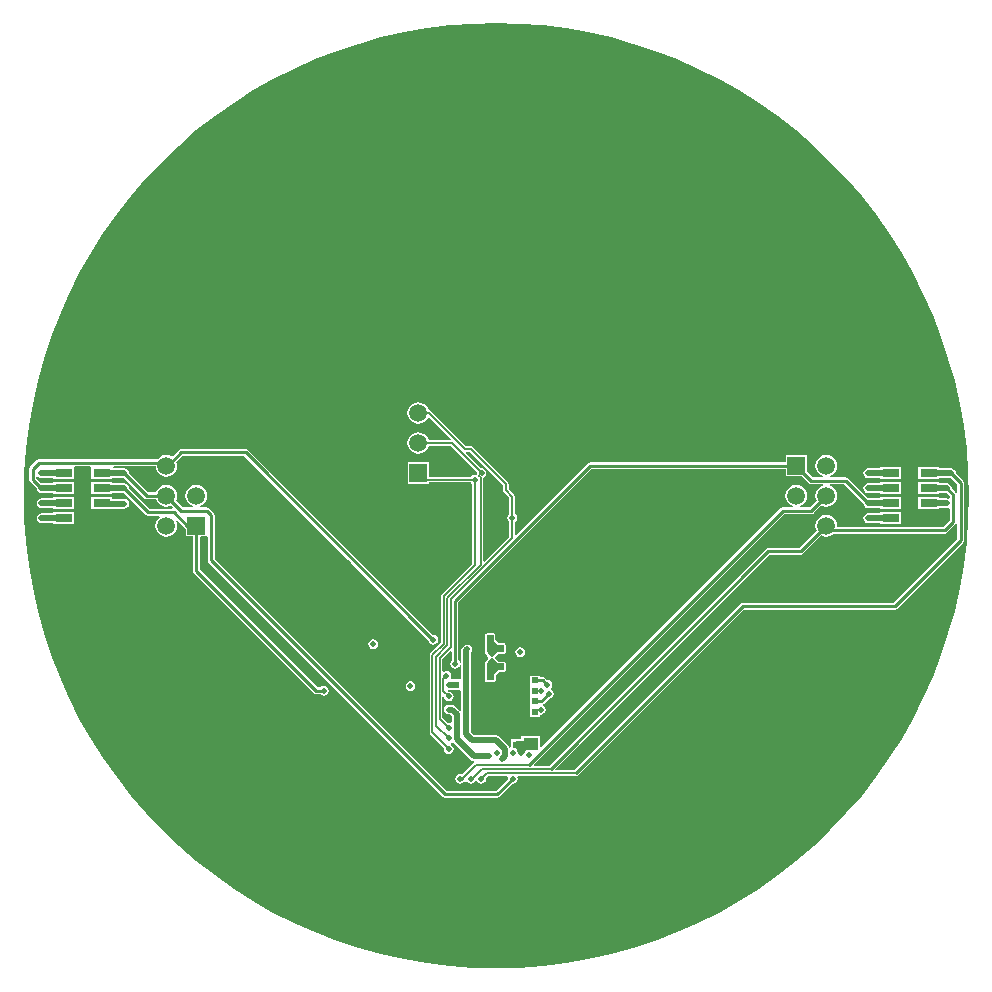
<source format=gbl>
%FSLAX25Y25*%
%MOIN*%
G70*
G01*
G75*
G04 Layer_Physical_Order=4*
G04 Layer_Color=16711680*
%ADD10O,0.03740X0.00787*%
%ADD11O,0.00787X0.03740*%
%ADD12R,0.16142X0.16142*%
%ADD13R,0.10984X0.02913*%
%ADD14R,0.02362X0.01969*%
%ADD15R,0.01969X0.02362*%
G04:AMPARAMS|DCode=16|XSize=19.69mil|YSize=23.62mil|CornerRadius=0mil|HoleSize=0mil|Usage=FLASHONLY|Rotation=60.000|XOffset=0mil|YOffset=0mil|HoleType=Round|Shape=Rectangle|*
%AMROTATEDRECTD16*
4,1,4,0.00531,-0.01443,-0.01515,-0.00262,-0.00531,0.01443,0.01515,0.00262,0.00531,-0.01443,0.0*
%
%ADD16ROTATEDRECTD16*%

G04:AMPARAMS|DCode=17|XSize=27.56mil|YSize=47.24mil|CornerRadius=0mil|HoleSize=0mil|Usage=FLASHONLY|Rotation=135.000|XOffset=0mil|YOffset=0mil|HoleType=Round|Shape=Rectangle|*
%AMROTATEDRECTD17*
4,1,4,0.02645,0.00696,-0.00696,-0.02645,-0.02645,-0.00696,0.00696,0.02645,0.02645,0.00696,0.0*
%
%ADD17ROTATEDRECTD17*%

G04:AMPARAMS|DCode=18|XSize=13.78mil|YSize=7.87mil|CornerRadius=0mil|HoleSize=0mil|Usage=FLASHONLY|Rotation=315.000|XOffset=0mil|YOffset=0mil|HoleType=Round|Shape=Rectangle|*
%AMROTATEDRECTD18*
4,1,4,-0.00766,0.00209,-0.00209,0.00766,0.00766,-0.00209,0.00209,-0.00766,-0.00766,0.00209,0.0*
%
%ADD18ROTATEDRECTD18*%

G04:AMPARAMS|DCode=19|XSize=200mil|YSize=59.84mil|CornerRadius=0mil|HoleSize=0mil|Usage=FLASHONLY|Rotation=330.000|XOffset=0mil|YOffset=0mil|HoleType=Round|Shape=Rectangle|*
%AMROTATEDRECTD19*
4,1,4,-0.10156,0.02409,-0.07164,0.07591,0.10156,-0.02409,0.07164,-0.07591,-0.10156,0.02409,0.0*
%
%ADD19ROTATEDRECTD19*%

%ADD20R,0.05984X0.20000*%
%ADD21R,0.03150X0.01181*%
G04:AMPARAMS|DCode=22|XSize=19.69mil|YSize=23.62mil|CornerRadius=0mil|HoleSize=0mil|Usage=FLASHONLY|Rotation=300.000|XOffset=0mil|YOffset=0mil|HoleType=Round|Shape=Rectangle|*
%AMROTATEDRECTD22*
4,1,4,-0.01515,0.00262,0.00531,0.01443,0.01515,-0.00262,-0.00531,-0.01443,-0.01515,0.00262,0.0*
%
%ADD22ROTATEDRECTD22*%

G04:AMPARAMS|DCode=23|XSize=200mil|YSize=59.84mil|CornerRadius=0mil|HoleSize=0mil|Usage=FLASHONLY|Rotation=30.000|XOffset=0mil|YOffset=0mil|HoleType=Round|Shape=Rectangle|*
%AMROTATEDRECTD23*
4,1,4,-0.07164,-0.07591,-0.10156,-0.02409,0.07164,0.07591,0.10156,0.02409,-0.07164,-0.07591,0.0*
%
%ADD23ROTATEDRECTD23*%

%ADD24R,0.04724X0.04331*%
%ADD25R,0.02362X0.03347*%
%ADD26R,0.00394X0.00394*%
%ADD27R,0.03543X0.03150*%
%ADD28R,0.03150X0.03543*%
%ADD29C,0.01000*%
%ADD30C,0.02000*%
%ADD31C,0.00600*%
%ADD32R,0.05906X0.05906*%
%ADD33C,0.05906*%
%ADD34C,0.02000*%
%ADD35R,0.05787X0.02913*%
%ADD36R,0.05118X0.03937*%
G36*
X7729Y157338D02*
X15440Y156769D01*
X23114Y155823D01*
X30732Y154501D01*
X38276Y152807D01*
X45728Y150745D01*
X53070Y148319D01*
X60283Y145537D01*
X67352Y142403D01*
X74258Y138927D01*
X80985Y135116D01*
X87518Y130980D01*
X93839Y126528D01*
X99935Y121771D01*
X105789Y116720D01*
X111389Y111389D01*
X116720Y105789D01*
X121771Y99935D01*
X126528Y93839D01*
X130980Y87518D01*
X135116Y80985D01*
X138927Y74258D01*
X142403Y67352D01*
X145537Y60283D01*
X148319Y53070D01*
X150745Y45728D01*
X152807Y38276D01*
X154501Y30732D01*
X155823Y23114D01*
X156769Y15440D01*
X157338Y7729D01*
X157528Y0D01*
X157338Y-7729D01*
X156769Y-15440D01*
X155823Y-23114D01*
X154501Y-30732D01*
X152807Y-38276D01*
X150745Y-45728D01*
X148319Y-53070D01*
X145537Y-60283D01*
X142403Y-67352D01*
X138927Y-74258D01*
X135116Y-80985D01*
X130980Y-87518D01*
X126528Y-93839D01*
X121771Y-99935D01*
X116720Y-105789D01*
X111389Y-111389D01*
X105789Y-116720D01*
X99935Y-121771D01*
X93839Y-126528D01*
X87518Y-130980D01*
X80985Y-135116D01*
X74258Y-138927D01*
X67352Y-142403D01*
X60283Y-145537D01*
X53070Y-148319D01*
X45728Y-150745D01*
X38276Y-152807D01*
X30732Y-154501D01*
X23114Y-155823D01*
X15440Y-156769D01*
X7729Y-157338D01*
X0Y-157528D01*
X-7729Y-157338D01*
X-15440Y-156769D01*
X-23114Y-155823D01*
X-30732Y-154501D01*
X-38276Y-152807D01*
X-45728Y-150745D01*
X-53070Y-148319D01*
X-60283Y-145537D01*
X-67352Y-142403D01*
X-74258Y-138927D01*
X-80985Y-135116D01*
X-87518Y-130980D01*
X-93839Y-126528D01*
X-99935Y-121771D01*
X-105789Y-116720D01*
X-111389Y-111389D01*
X-116720Y-105789D01*
X-121771Y-99935D01*
X-126528Y-93839D01*
X-130980Y-87518D01*
X-135116Y-80985D01*
X-138927Y-74258D01*
X-142403Y-67352D01*
X-145537Y-60283D01*
X-148319Y-53070D01*
X-150745Y-45728D01*
X-152807Y-38276D01*
X-154501Y-30732D01*
X-155823Y-23114D01*
X-156769Y-15440D01*
X-157338Y-7729D01*
X-157528Y0D01*
X-157338Y7729D01*
X-156769Y15440D01*
X-155823Y23114D01*
X-154501Y30732D01*
X-152807Y38276D01*
X-150745Y45728D01*
X-148319Y53070D01*
X-145537Y60283D01*
X-142403Y67352D01*
X-138927Y74258D01*
X-135116Y80985D01*
X-130980Y87518D01*
X-126528Y93839D01*
X-121771Y99935D01*
X-116720Y105789D01*
X-111389Y111389D01*
X-105789Y116720D01*
X-99935Y121771D01*
X-93839Y126528D01*
X-87518Y130980D01*
X-80985Y135116D01*
X-74258Y138927D01*
X-67352Y142403D01*
X-60283Y145537D01*
X-53070Y148319D01*
X-45728Y150745D01*
X-38276Y152807D01*
X-30732Y154501D01*
X-23114Y155823D01*
X-15440Y156769D01*
X-7729Y157338D01*
X0Y157528D01*
X7729Y157338D01*
D02*
G37*
%LPC*%
G36*
X-140660Y-5443D02*
X-147647D01*
Y-5869D01*
X-151591D01*
X-152215Y-5993D01*
X-152744Y-6346D01*
X-153098Y-6876D01*
X-153222Y-7500D01*
X-153098Y-8124D01*
X-152744Y-8653D01*
X-152215Y-9007D01*
X-151591Y-9131D01*
X-147647D01*
Y-9557D01*
X-140660D01*
Y-5443D01*
D02*
G37*
G36*
X134931D02*
X127943D01*
Y-5869D01*
X124000D01*
X123376Y-5993D01*
X122846Y-6346D01*
X122493Y-6876D01*
X122369Y-7500D01*
X122493Y-8124D01*
X122846Y-8653D01*
X123376Y-9007D01*
X124000Y-9131D01*
X127943D01*
Y-9557D01*
X134931D01*
Y-5443D01*
D02*
G37*
G36*
X-28598Y-61770D02*
X-29223Y-61894D01*
X-29752Y-62248D01*
X-30106Y-62777D01*
X-30230Y-63402D01*
X-30106Y-64026D01*
X-29752Y-64555D01*
X-29223Y-64909D01*
X-28598Y-65033D01*
X-27974Y-64909D01*
X-27445Y-64555D01*
X-27091Y-64026D01*
X-26967Y-63402D01*
X-27091Y-62777D01*
X-27445Y-62248D01*
X-27974Y-61894D01*
X-28598Y-61770D01*
D02*
G37*
G36*
X-41000Y-47869D02*
X-41624Y-47993D01*
X-42153Y-48346D01*
X-42507Y-48876D01*
X-42631Y-49500D01*
X-42507Y-50124D01*
X-42153Y-50653D01*
X-41624Y-51007D01*
X-41000Y-51131D01*
X-40376Y-51007D01*
X-39846Y-50653D01*
X-39493Y-50124D01*
X-39369Y-49500D01*
X-39493Y-48876D01*
X-39846Y-48346D01*
X-40376Y-47993D01*
X-41000Y-47869D01*
D02*
G37*
G36*
X-140660Y-443D02*
X-147647D01*
Y-869D01*
X-151591D01*
X-152215Y-993D01*
X-152744Y-1347D01*
X-153098Y-1876D01*
X-153222Y-2500D01*
X-153098Y-3124D01*
X-152744Y-3653D01*
X-152215Y-4007D01*
X-151591Y-4131D01*
X-147647D01*
Y-4557D01*
X-140660D01*
Y-443D01*
D02*
G37*
G36*
X134931Y4557D02*
X127943D01*
Y4131D01*
X124000D01*
X123376Y4007D01*
X122846Y3653D01*
X122493Y3124D01*
X122369Y2500D01*
X122493Y1876D01*
X122846Y1347D01*
X123376Y993D01*
X124000Y869D01*
X127943D01*
Y443D01*
X134931D01*
Y4557D01*
D02*
G37*
G36*
Y9557D02*
X127943D01*
Y9131D01*
X124000D01*
X123376Y9007D01*
X122846Y8653D01*
X122493Y8124D01*
X122369Y7500D01*
X122493Y6876D01*
X122846Y6346D01*
X123376Y5993D01*
X124000Y5869D01*
X127943D01*
Y5443D01*
X134931D01*
Y9557D01*
D02*
G37*
G36*
X-127943Y-443D02*
X-134931D01*
Y-4557D01*
X-127943D01*
Y-4331D01*
X-124000D01*
X-123376Y-4207D01*
X-122846Y-3853D01*
X-122493Y-3324D01*
X-122369Y-2700D01*
X-122493Y-2076D01*
X-122846Y-1546D01*
X-123376Y-1193D01*
X-124000Y-1069D01*
X-127943D01*
Y-443D01*
D02*
G37*
G36*
X-26000Y31183D02*
X-26927Y31061D01*
X-27792Y30703D01*
X-28534Y30134D01*
X-29103Y29392D01*
X-29461Y28527D01*
X-29583Y27600D01*
X-29461Y26673D01*
X-29103Y25808D01*
X-28534Y25066D01*
X-27792Y24497D01*
X-26927Y24139D01*
X-26000Y24017D01*
X-25073Y24139D01*
X-24208Y24497D01*
X-23466Y25066D01*
X-22897Y25808D01*
X-22746Y26173D01*
X-22255Y26270D01*
X-15002Y19018D01*
X-15210Y18518D01*
X-22537D01*
X-22539Y18527D01*
X-22897Y19392D01*
X-23466Y20134D01*
X-24208Y20703D01*
X-25073Y21061D01*
X-26000Y21183D01*
X-26927Y21061D01*
X-27792Y20703D01*
X-28534Y20134D01*
X-29103Y19392D01*
X-29461Y18527D01*
X-29583Y17600D01*
X-29461Y16673D01*
X-29103Y15808D01*
X-28534Y15066D01*
X-27792Y14497D01*
X-26927Y14139D01*
X-26000Y14017D01*
X-25073Y14139D01*
X-24208Y14497D01*
X-23466Y15066D01*
X-22897Y15808D01*
X-22539Y16673D01*
X-22537Y16682D01*
X-15280D01*
X-6476Y7878D01*
X-6531Y7600D01*
X-6496Y7421D01*
X-6855Y6983D01*
X-7100Y7031D01*
X-7724Y6907D01*
X-8253Y6554D01*
X-8411Y6318D01*
X-22447D01*
Y11153D01*
X-29553D01*
Y4047D01*
X-22447D01*
Y4482D01*
X-8411D01*
X-8253Y4247D01*
X-8018Y4089D01*
Y-22746D01*
X-18149Y-32877D01*
X-18348Y-33175D01*
X-18418Y-33526D01*
Y-48926D01*
X-21949Y-52457D01*
X-22148Y-52755D01*
X-22218Y-53106D01*
Y-78900D01*
X-22148Y-79251D01*
X-21949Y-79549D01*
X-17376Y-84122D01*
X-17431Y-84400D01*
X-17307Y-85024D01*
X-16953Y-85553D01*
X-16424Y-85907D01*
X-15800Y-86031D01*
X-15176Y-85907D01*
X-14647Y-85553D01*
X-14293Y-85024D01*
X-14169Y-84400D01*
X-14293Y-83776D01*
X-14647Y-83246D01*
X-15148Y-82911D01*
X-15176Y-82698D01*
Y-82602D01*
X-15148Y-82389D01*
X-14906Y-82227D01*
X-14446Y-82166D01*
X-14209Y-82298D01*
X-8454Y-88054D01*
X-7924Y-88407D01*
X-7563Y-88479D01*
X-7457Y-89010D01*
X-7519Y-89051D01*
X-11307Y-92839D01*
X-11376Y-92793D01*
X-12000Y-92669D01*
X-12624Y-92793D01*
X-13153Y-93147D01*
X-13507Y-93676D01*
X-13631Y-94300D01*
X-13507Y-94924D01*
X-13153Y-95454D01*
X-12624Y-95807D01*
X-12000Y-95931D01*
X-11376Y-95807D01*
X-10847Y-95454D01*
X-10511Y-94952D01*
X-10298Y-94924D01*
X-10202D01*
X-9989Y-94952D01*
X-9653Y-95454D01*
X-9124Y-95807D01*
X-8500Y-95931D01*
X-7876Y-95807D01*
X-7346Y-95454D01*
X-7011Y-94952D01*
X-6798Y-94924D01*
X-6702D01*
X-6489Y-94952D01*
X-6154Y-95454D01*
X-5624Y-95807D01*
X-5000Y-95931D01*
X-4376Y-95807D01*
X-3847Y-95454D01*
X-3493Y-94924D01*
X-3369Y-94300D01*
X-3424Y-94022D01*
X-2720Y-93318D01*
X3677D01*
X3965Y-93818D01*
X3869Y-94300D01*
X3876Y-94338D01*
X-165Y-98378D01*
X-16535D01*
X-93878Y-21035D01*
Y-6500D01*
X-93878Y-6500D01*
X-93964Y-6071D01*
X-94207Y-5707D01*
X-95707Y-4207D01*
X-96071Y-3964D01*
X-96500Y-3878D01*
X-96500Y-3878D01*
X-98773D01*
X-98873Y-3379D01*
X-98208Y-3103D01*
X-97466Y-2534D01*
X-96897Y-1792D01*
X-96539Y-927D01*
X-96417Y0D01*
X-96539Y927D01*
X-96897Y1792D01*
X-97466Y2534D01*
X-98208Y3103D01*
X-99073Y3461D01*
X-100000Y3583D01*
X-100927Y3461D01*
X-101792Y3103D01*
X-102534Y2534D01*
X-103103Y1792D01*
X-103461Y927D01*
X-103583Y0D01*
X-103461Y-927D01*
X-103103Y-1792D01*
X-102534Y-2534D01*
X-101792Y-3103D01*
X-101128Y-3379D01*
X-101227Y-3878D01*
X-104535D01*
X-106816Y-1598D01*
X-106539Y-927D01*
X-106417Y0D01*
X-106539Y927D01*
X-106897Y1792D01*
X-107466Y2534D01*
X-108208Y3103D01*
X-109073Y3461D01*
X-110000Y3583D01*
X-110927Y3461D01*
X-111792Y3103D01*
X-112534Y2534D01*
X-113103Y1792D01*
X-113381Y1122D01*
X-116035D01*
X-122376Y7462D01*
X-122369Y7500D01*
X-122493Y8124D01*
X-122846Y8653D01*
X-123376Y9007D01*
X-124000Y9131D01*
X-127546D01*
X-127630Y9221D01*
X-127623Y9709D01*
X-127468Y9878D01*
X-113567D01*
X-113461Y9072D01*
X-113103Y8208D01*
X-112534Y7466D01*
X-111792Y6897D01*
X-110927Y6539D01*
X-110000Y6417D01*
X-109073Y6539D01*
X-108208Y6897D01*
X-107466Y7466D01*
X-106897Y8208D01*
X-106539Y9072D01*
X-106417Y10000D01*
X-106539Y10927D01*
X-106670Y11244D01*
X-104535Y13378D01*
X-83965D01*
X-22624Y-47962D01*
X-22631Y-48000D01*
X-22507Y-48624D01*
X-22153Y-49154D01*
X-21624Y-49507D01*
X-21000Y-49631D01*
X-20376Y-49507D01*
X-19847Y-49154D01*
X-19493Y-48624D01*
X-19369Y-48000D01*
X-19493Y-47376D01*
X-19847Y-46847D01*
X-20376Y-46493D01*
X-21000Y-46369D01*
X-21038Y-46376D01*
X-82707Y15293D01*
X-83071Y15536D01*
X-83500Y15622D01*
X-83500Y15621D01*
X-105000D01*
X-105000Y15622D01*
X-105429Y15536D01*
X-105793Y15293D01*
X-105793Y15293D01*
X-108081Y13005D01*
X-108208Y13103D01*
X-109073Y13461D01*
X-110000Y13583D01*
X-110927Y13461D01*
X-111792Y13103D01*
X-112534Y12534D01*
X-112850Y12122D01*
X-152500D01*
X-152500Y12122D01*
X-152929Y12036D01*
X-153293Y11793D01*
X-153293Y11793D01*
X-155293Y9793D01*
X-155536Y9429D01*
X-155622Y9000D01*
X-155622Y9000D01*
Y5410D01*
X-155622Y5409D01*
X-155536Y4980D01*
X-155293Y4616D01*
X-153214Y2538D01*
X-153222Y2500D01*
X-153098Y1876D01*
X-152744Y1347D01*
X-152215Y993D01*
X-151591Y869D01*
X-147647D01*
Y443D01*
X-140660D01*
Y4557D01*
X-147647D01*
Y4131D01*
X-151591D01*
X-151628Y4124D01*
X-153378Y5874D01*
Y6396D01*
X-152878Y6548D01*
X-152744Y6346D01*
X-152215Y5993D01*
X-151591Y5869D01*
X-147647D01*
Y5443D01*
X-140660D01*
Y9378D01*
X-140660Y9557D01*
X-140293Y9878D01*
X-140293Y9878D01*
X-135297D01*
X-134931Y9557D01*
X-134931Y9378D01*
Y5443D01*
X-127943D01*
Y5869D01*
X-124000D01*
X-123962Y5876D01*
X-117293Y-793D01*
X-117293Y-793D01*
X-116929Y-1036D01*
X-116500Y-1122D01*
X-113381D01*
X-113103Y-1792D01*
X-112534Y-2534D01*
X-111792Y-3103D01*
X-110927Y-3461D01*
X-110000Y-3583D01*
X-109073Y-3461D01*
X-108402Y-3184D01*
X-107708Y-3878D01*
X-107915Y-4378D01*
X-115535D01*
X-122376Y2462D01*
X-122369Y2500D01*
X-122493Y3124D01*
X-122846Y3653D01*
X-123376Y4007D01*
X-124000Y4131D01*
X-127943D01*
Y4557D01*
X-134931D01*
Y443D01*
X-127943D01*
Y869D01*
X-124000D01*
X-123962Y876D01*
X-116793Y-6293D01*
X-116793Y-6293D01*
X-116429Y-6536D01*
X-116000Y-6622D01*
X-116000Y-6622D01*
X-112255D01*
X-112085Y-7122D01*
X-112534Y-7466D01*
X-113103Y-8208D01*
X-113461Y-9072D01*
X-113583Y-10000D01*
X-113461Y-10927D01*
X-113103Y-11792D01*
X-112534Y-12534D01*
X-111792Y-13103D01*
X-110927Y-13461D01*
X-110000Y-13583D01*
X-109073Y-13461D01*
X-108208Y-13103D01*
X-107466Y-12534D01*
X-106897Y-11792D01*
X-106539Y-10927D01*
X-106417Y-10000D01*
X-106539Y-9072D01*
X-106764Y-8530D01*
X-106340Y-8246D01*
X-103793Y-10793D01*
X-103793Y-10793D01*
X-103553Y-10954D01*
Y-13553D01*
X-101122D01*
Y-25000D01*
X-101122Y-25000D01*
X-101036Y-25429D01*
X-100793Y-25793D01*
X-60805Y-65781D01*
X-60441Y-66024D01*
X-60012Y-66110D01*
X-60012Y-66110D01*
X-58663D01*
X-58642Y-66142D01*
X-58113Y-66495D01*
X-57488Y-66619D01*
X-56864Y-66495D01*
X-56335Y-66142D01*
X-55981Y-65613D01*
X-55857Y-64988D01*
X-55981Y-64364D01*
X-56335Y-63835D01*
X-56864Y-63481D01*
X-57488Y-63357D01*
X-58113Y-63481D01*
X-58642Y-63835D01*
X-58663Y-63867D01*
X-59547D01*
X-98878Y-24535D01*
Y-13906D01*
X-98525Y-13553D01*
X-96447D01*
X-96122Y-13918D01*
Y-21500D01*
X-96122Y-21500D01*
X-96036Y-21929D01*
X-95793Y-22293D01*
X-17793Y-100293D01*
X-17793Y-100293D01*
X-17429Y-100536D01*
X-17000Y-100622D01*
X-17000Y-100622D01*
X300D01*
X300Y-100622D01*
X729Y-100536D01*
X1093Y-100293D01*
X5462Y-95924D01*
X5500Y-95931D01*
X6124Y-95807D01*
X6654Y-95454D01*
X7007Y-94924D01*
X7131Y-94300D01*
X7035Y-93818D01*
X7323Y-93318D01*
X25893D01*
X26071Y-93436D01*
X26500Y-93522D01*
X26929Y-93436D01*
X27293Y-93193D01*
X82565Y-37922D01*
X132800D01*
X132800Y-37922D01*
X133229Y-37836D01*
X133593Y-37593D01*
X155593Y-15593D01*
X155593Y-15593D01*
X155836Y-15229D01*
X155922Y-14800D01*
X155922Y-14800D01*
Y4291D01*
X155836Y4720D01*
X155593Y5084D01*
X155593Y5084D01*
X153214Y7462D01*
X153222Y7500D01*
X153098Y8124D01*
X152744Y8653D01*
X152215Y9007D01*
X151591Y9131D01*
X147647D01*
Y9557D01*
X140660D01*
Y5443D01*
X147647D01*
Y5869D01*
X151591D01*
X151628Y5876D01*
X153678Y3826D01*
Y1217D01*
X153178Y1065D01*
X153093Y1193D01*
X153093Y1193D01*
X151824Y2462D01*
X151831Y2500D01*
X151707Y3124D01*
X151354Y3653D01*
X150824Y4007D01*
X150200Y4131D01*
X147647D01*
Y4557D01*
X140660D01*
Y443D01*
X147647D01*
Y869D01*
X150200D01*
X150238Y876D01*
X151178Y-65D01*
Y-674D01*
X150678Y-964D01*
X150200Y-869D01*
X147647D01*
Y-443D01*
X140660D01*
Y-4557D01*
X147647D01*
Y-4131D01*
X150200D01*
X150678Y-4036D01*
X151178Y-4326D01*
Y-8235D01*
X149035Y-10378D01*
X113913D01*
X113583Y-10002D01*
X113583Y-10000D01*
X113461Y-9072D01*
X113103Y-8208D01*
X112534Y-7466D01*
X111792Y-6897D01*
X110927Y-6539D01*
X110000Y-6417D01*
X109073Y-6539D01*
X108208Y-6897D01*
X107466Y-7466D01*
X106897Y-8208D01*
X106539Y-9072D01*
X106417Y-10000D01*
X106539Y-10927D01*
X106816Y-11598D01*
X101035Y-17379D01*
X90630D01*
X90201Y-17464D01*
X89837Y-17707D01*
X89837Y-17707D01*
X17462Y-90082D01*
X12657D01*
X12466Y-89620D01*
X95965Y-6121D01*
X105000D01*
X105000Y-6122D01*
X105429Y-6036D01*
X105793Y-5793D01*
X108402Y-3184D01*
X109073Y-3461D01*
X110000Y-3583D01*
X110927Y-3461D01*
X111792Y-3103D01*
X112534Y-2534D01*
X113103Y-1792D01*
X113461Y-927D01*
X113583Y0D01*
X113461Y927D01*
X113103Y1792D01*
X112534Y2534D01*
X111792Y3103D01*
X111127Y3379D01*
X111227Y3878D01*
X116035D01*
X122376Y-2462D01*
X122369Y-2500D01*
X122493Y-3124D01*
X122846Y-3653D01*
X123376Y-4007D01*
X124000Y-4131D01*
X127943D01*
Y-4557D01*
X134931D01*
Y-443D01*
X127943D01*
Y-869D01*
X124000D01*
X123962Y-876D01*
X117293Y5793D01*
X116929Y6036D01*
X116500Y6122D01*
X116500Y6121D01*
X111227D01*
X111127Y6622D01*
X111792Y6897D01*
X112534Y7466D01*
X113103Y8208D01*
X113461Y9072D01*
X113583Y10000D01*
X113461Y10927D01*
X113103Y11792D01*
X112534Y12534D01*
X111792Y13103D01*
X110927Y13461D01*
X110000Y13583D01*
X109073Y13461D01*
X108208Y13103D01*
X107466Y12534D01*
X106897Y11792D01*
X106539Y10927D01*
X106417Y10000D01*
X106539Y9072D01*
X106897Y8208D01*
X107466Y7466D01*
X108208Y6897D01*
X108872Y6622D01*
X108773Y6121D01*
X105465D01*
X103553Y8033D01*
Y13553D01*
X96447D01*
Y11122D01*
X31400D01*
X31400Y11122D01*
X30971Y11036D01*
X30607Y10793D01*
X30607Y10793D01*
X6680Y-13134D01*
X6218Y-12943D01*
Y-8611D01*
X6453Y-8454D01*
X6807Y-7924D01*
X6931Y-7300D01*
X6807Y-6676D01*
X6453Y-6146D01*
X6218Y-5989D01*
Y-258D01*
X6148Y93D01*
X5949Y390D01*
X4159Y2180D01*
Y4059D01*
X4089Y4410D01*
X3890Y4707D01*
X-7651Y16249D01*
X-7949Y16448D01*
X-8300Y16518D01*
X-9907D01*
X-21638Y28249D01*
X-21936Y28448D01*
X-22287Y28518D01*
X-22537D01*
X-22539Y28527D01*
X-22897Y29392D01*
X-23466Y30134D01*
X-24208Y30703D01*
X-25073Y31061D01*
X-26000Y31183D01*
D02*
G37*
%LPD*%
G36*
X-14821Y-51973D02*
Y-54825D01*
X-14853Y-54847D01*
X-15207Y-55376D01*
X-15331Y-56000D01*
X-15207Y-56624D01*
X-14853Y-57153D01*
X-14324Y-57507D01*
X-13700Y-57631D01*
X-13076Y-57507D01*
X-12547Y-57153D01*
X-12193Y-56624D01*
X-12131Y-56315D01*
X-11631Y-56365D01*
Y-60805D01*
X-11916Y-61187D01*
X-14868D01*
X-15154Y-60716D01*
X-15093Y-60624D01*
X-14969Y-60000D01*
X-15093Y-59376D01*
X-15447Y-58846D01*
X-15976Y-58493D01*
X-16600Y-58369D01*
X-17224Y-58493D01*
X-17482Y-58665D01*
X-17982Y-58398D01*
Y-54480D01*
X-15283Y-51781D01*
X-14821Y-51973D01*
D02*
G37*
G36*
X10200Y-84300D02*
X9100Y-86000D01*
X7300Y-85600D01*
X6600Y-84000D01*
Y-81800D01*
X9500D01*
X10200Y-84300D01*
D02*
G37*
G36*
X-15800Y-64631D02*
X-15789Y-64629D01*
X-15778Y-64631D01*
X-15212Y-64623D01*
X-15084Y-64750D01*
Y-64750D01*
X-11916D01*
X-11631Y-65132D01*
Y-71391D01*
X-11802Y-71505D01*
X-12131Y-71585D01*
X-13594Y-70122D01*
X-14123Y-69768D01*
X-14748Y-69644D01*
X-15800D01*
X-16424Y-69768D01*
X-16953Y-70122D01*
X-17307Y-70651D01*
X-17431Y-71276D01*
X-17307Y-71900D01*
X-16953Y-72429D01*
X-16424Y-72783D01*
X-15800Y-72907D01*
X-15423D01*
X-14831Y-73499D01*
Y-75567D01*
X-15331Y-75862D01*
X-15800Y-75769D01*
X-16078Y-75824D01*
X-17982Y-73920D01*
Y-67154D01*
X-17844Y-67028D01*
X-17482Y-66912D01*
X-17416Y-66975D01*
X-17307Y-67524D01*
X-16953Y-68054D01*
X-16424Y-68407D01*
X-15800Y-68531D01*
X-15176Y-68407D01*
X-14647Y-68054D01*
X-14293Y-67524D01*
X-14169Y-66900D01*
X-14293Y-66276D01*
X-14647Y-65746D01*
X-15176Y-65393D01*
X-15800Y-65269D01*
X-15980Y-65304D01*
X-16201Y-65061D01*
X-16199Y-65051D01*
X-15941Y-64603D01*
X-15800Y-64631D01*
D02*
G37*
G36*
X153678Y-9517D02*
Y-14335D01*
X132335Y-35678D01*
X82100D01*
X81671Y-35764D01*
X81307Y-36007D01*
X81307Y-36007D01*
X25831Y-91482D01*
X19887D01*
X19696Y-91020D01*
X91095Y-19622D01*
X101500D01*
X101500Y-19622D01*
X101929Y-19536D01*
X102293Y-19293D01*
X108402Y-13184D01*
X109073Y-13461D01*
X110000Y-13583D01*
X110927Y-13461D01*
X111792Y-13103D01*
X112420Y-12622D01*
X149500D01*
X149500Y-12622D01*
X149929Y-12536D01*
X150293Y-12293D01*
X153093Y-9493D01*
X153093Y-9493D01*
X153178Y-9365D01*
X153678Y-9517D01*
D02*
G37*
G36*
X96447Y6447D02*
X101967D01*
X104207Y4207D01*
X104207Y4207D01*
X104571Y3964D01*
X105000Y3878D01*
X105000Y3878D01*
X108773D01*
X108872Y3379D01*
X108208Y3103D01*
X107466Y2534D01*
X106897Y1792D01*
X106539Y927D01*
X106417Y0D01*
X106539Y-927D01*
X106816Y-1598D01*
X104535Y-3878D01*
X101227D01*
X101128Y-3379D01*
X101792Y-3103D01*
X102534Y-2534D01*
X103103Y-1792D01*
X103461Y-927D01*
X103583Y0D01*
X103461Y927D01*
X103103Y1792D01*
X102534Y2534D01*
X101792Y3103D01*
X100927Y3461D01*
X100000Y3583D01*
X99073Y3461D01*
X98208Y3103D01*
X97466Y2534D01*
X96897Y1792D01*
X96539Y927D01*
X96417Y0D01*
X96539Y-927D01*
X96897Y-1792D01*
X97466Y-2534D01*
X98208Y-3103D01*
X98873Y-3379D01*
X98773Y-3878D01*
X95500D01*
X95500Y-3878D01*
X95071Y-3964D01*
X94707Y-4207D01*
X94707Y-4207D01*
X15121Y-83793D01*
X14659Y-83601D01*
Y-80081D01*
X8341D01*
Y-81151D01*
X6600D01*
X6511Y-81187D01*
X4916D01*
Y-83868D01*
X4416Y-83917D01*
X4383Y-83751D01*
X4029Y-83222D01*
X1154Y-80347D01*
X624Y-79993D01*
X0Y-79869D01*
X-7324D01*
X-8369Y-78824D01*
Y-52137D01*
X-8093Y-51724D01*
X-7969Y-51100D01*
X-8093Y-50476D01*
X-8446Y-49946D01*
X-8976Y-49593D01*
X-9600Y-49469D01*
X-10224Y-49593D01*
X-10753Y-49946D01*
X-11153Y-50346D01*
X-11507Y-50876D01*
X-11631Y-51500D01*
Y-55635D01*
X-12131Y-55685D01*
X-12193Y-55376D01*
X-12547Y-54847D01*
X-12578Y-54825D01*
Y-35565D01*
X31865Y8878D01*
X96447D01*
Y6447D01*
D02*
G37*
G36*
X2324Y3678D02*
Y1800D01*
X2394Y1449D01*
X2592Y1151D01*
X4382Y-639D01*
Y-5989D01*
X4146Y-6146D01*
X3793Y-6676D01*
X3669Y-7300D01*
X3793Y-7924D01*
X4146Y-8454D01*
X4382Y-8611D01*
Y-13740D01*
X-3820Y-21943D01*
X-4282Y-21752D01*
Y6092D01*
X-4276Y6093D01*
X-3746Y6447D01*
X-3393Y6976D01*
X-3269Y7600D01*
X-3393Y8224D01*
X-3746Y8754D01*
X-4276Y9107D01*
X-4900Y9231D01*
X-5178Y9176D01*
X-10185Y14182D01*
X-9978Y14682D01*
X-8680D01*
X2324Y3678D01*
D02*
G37*
%LPC*%
G36*
X14750Y-59916D02*
X11187D01*
Y-63084D01*
X11187Y-63084D01*
Y-63084D01*
Y-63416D01*
X11187D01*
X11187Y-63584D01*
Y-66416D01*
X11187Y-66584D01*
X11187Y-66584D01*
Y-66916D01*
X11187D01*
X11187Y-66916D01*
Y-70084D01*
X11187Y-70084D01*
Y-70084D01*
Y-70416D01*
X11187D01*
X11187Y-70584D01*
Y-73584D01*
X14750D01*
Y-72972D01*
X14800Y-72931D01*
X15424Y-72806D01*
X15954Y-72453D01*
X16307Y-71924D01*
X16431Y-71299D01*
X16307Y-70675D01*
X15954Y-70146D01*
X15674Y-69959D01*
X15676Y-69371D01*
X15793Y-69293D01*
X17462Y-67624D01*
X17500Y-67631D01*
X18124Y-67507D01*
X18654Y-67154D01*
X19007Y-66624D01*
X19131Y-66000D01*
X19007Y-65376D01*
X18654Y-64846D01*
X18335Y-64634D01*
X18187Y-64243D01*
X18244Y-64017D01*
X18507Y-63624D01*
X18631Y-63000D01*
X18507Y-62376D01*
X18154Y-61847D01*
X17624Y-61493D01*
X17000Y-61369D01*
X16962Y-61376D01*
X16293Y-60707D01*
X15929Y-60464D01*
X15500Y-60378D01*
X15500Y-60378D01*
X14750D01*
Y-59916D01*
D02*
G37*
G36*
X8032Y-50537D02*
X7407Y-50661D01*
X6878Y-51015D01*
X6524Y-51544D01*
X6400Y-52169D01*
X6524Y-52793D01*
X6878Y-53322D01*
X7407Y-53676D01*
X8032Y-53800D01*
X8656Y-53676D01*
X9185Y-53322D01*
X9539Y-52793D01*
X9663Y-52169D01*
X9539Y-51544D01*
X9185Y-51015D01*
X8656Y-50661D01*
X8032Y-50537D01*
D02*
G37*
G36*
X-900Y-45851D02*
X-3200D01*
X-3357Y-45916D01*
X-3813D01*
Y-46411D01*
X-3849Y-46500D01*
Y-51900D01*
X-3813Y-51989D01*
Y-52584D01*
X-3499D01*
X-2914Y-53364D01*
X-2654Y-53754D01*
X-2796Y-54260D01*
X-3007Y-54576D01*
X-3008Y-54583D01*
X-3585Y-55416D01*
X-3813D01*
Y-55911D01*
X-3849Y-56000D01*
Y-61500D01*
X-3813Y-61589D01*
Y-62084D01*
X-3357D01*
X-3200Y-62149D01*
X-800D01*
X-643Y-62084D01*
X-250D01*
Y-61741D01*
X-151Y-61500D01*
Y-59769D01*
X769Y-58849D01*
X2500D01*
X2589Y-58813D01*
X3084D01*
Y-58357D01*
X3149Y-58200D01*
Y-55900D01*
X3084Y-55743D01*
Y-55250D01*
X769D01*
X-168Y-54314D01*
X-347Y-54046D01*
X-204Y-53540D01*
X-192Y-53522D01*
X735Y-52750D01*
X3084D01*
Y-52257D01*
X3149Y-52100D01*
Y-49800D01*
X3084Y-49643D01*
Y-49187D01*
X2589D01*
X2500Y-49151D01*
X842D01*
X-250Y-48204D01*
Y-45916D01*
X-743D01*
X-900Y-45851D01*
D02*
G37*
%LPD*%
G36*
X500Y-55900D02*
X2500D01*
Y-58200D01*
X500D01*
X-800Y-59500D01*
Y-61500D01*
X-3200D01*
Y-56000D01*
X-2300Y-54700D01*
X-700D01*
X500Y-55900D01*
D02*
G37*
G36*
X-900Y-48500D02*
X600Y-49800D01*
X2500D01*
Y-52100D01*
X500D01*
X-700Y-53100D01*
X-2300D01*
X-3200Y-51900D01*
Y-46500D01*
X-900D01*
Y-48500D01*
D02*
G37*
D14*
X12968Y-65000D02*
D03*
X9031D02*
D03*
X12968Y-61500D02*
D03*
X9031D02*
D03*
X12968Y-68500D02*
D03*
X9031D02*
D03*
X12968Y-72000D02*
D03*
X9031D02*
D03*
X-2032Y-60500D02*
D03*
X-5968D02*
D03*
X-2032Y-57000D02*
D03*
X-5968D02*
D03*
X-2032Y-47500D02*
D03*
X-5968D02*
D03*
X-2032Y-51000D02*
D03*
X-5968D02*
D03*
D15*
X-13500Y-59031D02*
D03*
Y-62968D02*
D03*
X6500Y-79031D02*
D03*
Y-82968D02*
D03*
X1500Y-57032D02*
D03*
Y-60969D02*
D03*
X1500Y-50968D02*
D03*
Y-47032D02*
D03*
D19*
X120984Y-81495D02*
D03*
X130984Y-64174D02*
D03*
D20*
X10000Y145669D02*
D03*
X-10000D02*
D03*
D23*
X-120984Y-81495D02*
D03*
X-130984Y-64174D02*
D03*
D29*
X90630Y-18500D02*
X101500D01*
X110000Y-10000D01*
X110500Y-11500D02*
X149500D01*
X105000Y-5000D02*
X110000Y0D01*
X95500Y-5000D02*
X105000D01*
X10900Y-89600D02*
X95500Y-5000D01*
X-13700Y-35100D02*
X31400Y10000D01*
X100000D01*
X105000Y5000D01*
X116500D01*
X124000Y-2500D01*
X-105000Y14500D02*
X-83500D01*
X-109500Y10000D02*
X-105000Y14500D01*
X-110000Y10000D02*
X-109500D01*
X-152500Y11000D02*
X-111000D01*
X-103000Y-10000D02*
X-100000D01*
X-107500Y-5500D02*
X-103000Y-10000D01*
X-116000Y-5500D02*
X-107500D01*
X-124000Y2500D02*
X-116000Y-5500D01*
X-100000Y-25000D02*
Y-10000D01*
X-96500Y-5000D02*
X-95000Y-6500D01*
X-105000Y-5000D02*
X-96500D01*
X-110000Y0D02*
X-105000Y-5000D01*
X-95000Y-21500D02*
Y-6500D01*
X-116500Y0D02*
X-110000D01*
X-124000Y7500D02*
X-116500Y0D01*
X-100000Y-25000D02*
X-60012Y-64988D01*
X-95000Y-21500D02*
X-17000Y-99500D01*
X15500Y-61500D02*
X17000Y-63000D01*
X12968Y-61500D02*
X15500D01*
X12968Y-68500D02*
X15000D01*
X17500Y-66000D01*
X-83500Y14500D02*
X-21000Y-48000D01*
X-154500Y9000D02*
X-152500Y11000D01*
X-154500Y5409D02*
Y9000D01*
Y5409D02*
X-151591Y2500D01*
X-8500Y-94300D02*
X-7970D01*
X-12000D02*
X-11470D01*
X132800Y-36800D02*
X154800Y-14800D01*
Y4291D01*
X151591Y7500D02*
X154800Y4291D01*
X150200Y2500D02*
X152300Y400D01*
Y-8700D02*
Y400D01*
X149500Y-11500D02*
X152300Y-8700D01*
X-17000Y-99500D02*
X300D01*
X5500Y-94300D01*
X-13700Y-56000D02*
Y-35100D01*
X26500Y-92400D02*
X82100Y-36800D01*
X132800D01*
X18130Y-91000D02*
X90630Y-18500D01*
X-60012Y-64988D02*
X-57488D01*
D30*
X150200Y7500D02*
X151591D01*
X144153D02*
X150200D01*
X-131437Y-7500D02*
X-124000D01*
X-130000Y7500D02*
X-124000D01*
X144153Y2500D02*
X150200D01*
X144153Y-2500D02*
X150200D01*
X144153Y-7500D02*
X150200D01*
X124000D02*
X131437D01*
X124000Y-2500D02*
X131437D01*
X124000Y2500D02*
X131437D01*
X124000Y7500D02*
X131437D01*
X-131437Y2500D02*
X-124000D01*
X-151591Y-7500D02*
X-144153D01*
X-151591Y-2500D02*
X-144153D01*
X-151591Y2500D02*
X-144153D01*
X-151591Y7500D02*
X-144153D01*
X-15800Y-71276D02*
X-14748D01*
X-13200Y-72823D01*
Y-81000D02*
Y-72823D01*
Y-81000D02*
X-7300Y-86900D01*
X-2500D01*
X-15800Y-63000D02*
X-13500Y-62968D01*
X2000Y-87800D02*
Y-87752D01*
X2876Y-86877D01*
Y-84376D01*
X0Y-81500D02*
X2876Y-84376D01*
X-8000Y-81500D02*
X0D01*
X-10000Y-79500D02*
X-8000Y-81500D01*
X-10000Y-51500D02*
X-9600Y-51100D01*
X-10000Y-79500D02*
Y-51500D01*
X-5968Y-46968D02*
X-5500Y-46500D01*
X-5968Y-51000D02*
Y-47500D01*
Y-46968D01*
X-6700Y-55200D02*
X-5968Y-55932D01*
X-131437Y-2500D02*
X-131237Y-2700D01*
X-124000D01*
D31*
X3241Y1800D02*
Y4059D01*
X-8300Y15600D02*
X3241Y4059D01*
X-10287Y15600D02*
X-8300D01*
X-26000Y27600D02*
X-22287D01*
X-10287Y15600D01*
X3241Y1800D02*
X5300Y-258D01*
Y-7300D02*
Y-258D01*
X-26000Y17600D02*
X-14900D01*
X-4900Y7600D01*
X-23800Y5400D02*
X-7100D01*
X-17700Y-65000D02*
Y-61100D01*
Y-65000D02*
X-15800Y-66900D01*
X-17700Y-61100D02*
X-16600Y-60000D01*
X-18900Y-74300D02*
X-15800Y-77400D01*
X-20100Y-76600D02*
X-15800Y-80900D01*
X-21300Y-78900D02*
X-15800Y-84400D01*
X-5000Y-94300D02*
X-3100Y-92400D01*
X-7970Y-94300D02*
X-4670Y-91000D01*
X10800Y-89700D02*
X10900Y-89600D01*
X-11470Y-94300D02*
X-6870Y-89700D01*
X10800D01*
X-21300Y-78900D02*
Y-53106D01*
X-20100Y-76600D02*
Y-53603D01*
X-18900Y-74300D02*
Y-54100D01*
X-15100Y-50300D01*
Y-34520D01*
X5300Y-14120D01*
Y-7300D01*
X-20100Y-53603D02*
X-16300Y-49803D01*
Y-34023D01*
X-21300Y-53106D02*
X-17500Y-49306D01*
Y-33526D01*
X-7100Y-23126D01*
Y5400D01*
X-3100Y-92400D02*
X26500D01*
X-4670Y-91000D02*
X18130D01*
X-5600Y6900D02*
X-4900Y7600D01*
X-5600Y6587D02*
X-5200Y6187D01*
X-5600Y6587D02*
Y6900D01*
X-5200Y-22923D02*
Y6187D01*
X-16300Y-34023D02*
X-5200Y-22923D01*
D32*
X-100000Y-10000D02*
D03*
X100000Y10000D02*
D03*
X-26000Y7600D02*
D03*
D33*
X-110000Y-10000D02*
D03*
X-100000Y0D02*
D03*
X-110000D02*
D03*
X-100000Y10000D02*
D03*
X-110000D02*
D03*
X110000D02*
D03*
X100000Y0D02*
D03*
X110000D02*
D03*
X100000Y-10000D02*
D03*
X110000D02*
D03*
X-26000Y17600D02*
D03*
Y27600D02*
D03*
D34*
X130500Y57500D02*
D03*
X140500Y37500D02*
D03*
X130500Y17500D02*
D03*
Y-22500D02*
D03*
X140500Y-42500D02*
D03*
X110500Y97500D02*
D03*
X120500Y77500D02*
D03*
X110500Y57500D02*
D03*
X120500Y37500D02*
D03*
X110500Y17500D02*
D03*
X120500Y-2500D02*
D03*
X110500Y-22500D02*
D03*
X120500Y-42500D02*
D03*
X110500Y-102500D02*
D03*
X100500Y117500D02*
D03*
X90500Y97500D02*
D03*
X100500Y77500D02*
D03*
X90500Y57500D02*
D03*
X100500Y37500D02*
D03*
X90500Y17500D02*
D03*
Y-22500D02*
D03*
X100500Y-42500D02*
D03*
X90500Y-62500D02*
D03*
X100500Y-82500D02*
D03*
X90500Y-102500D02*
D03*
X70500Y137500D02*
D03*
X80500Y117500D02*
D03*
X70500Y97500D02*
D03*
X80500Y77500D02*
D03*
X70500Y57500D02*
D03*
X80500Y37500D02*
D03*
X70500Y17500D02*
D03*
X80500Y-2500D02*
D03*
X70500Y-22500D02*
D03*
X80500Y-42500D02*
D03*
X70500Y-62500D02*
D03*
X80500Y-82500D02*
D03*
X70500Y-102500D02*
D03*
X80500Y-122500D02*
D03*
X50500Y137500D02*
D03*
X60500Y117500D02*
D03*
X50500Y97500D02*
D03*
X60500Y77500D02*
D03*
X50500Y57500D02*
D03*
X60500Y37500D02*
D03*
X50500Y17500D02*
D03*
X60500Y-2500D02*
D03*
X50500Y-22500D02*
D03*
Y-62500D02*
D03*
X60500Y-82500D02*
D03*
X50500Y-102500D02*
D03*
X60500Y-122500D02*
D03*
X50500Y-142500D02*
D03*
X30500Y137500D02*
D03*
X40500Y117500D02*
D03*
X30500Y97500D02*
D03*
X40500Y77500D02*
D03*
X30500Y57500D02*
D03*
X40500Y37500D02*
D03*
X30500Y17500D02*
D03*
X40500Y-2500D02*
D03*
X30500Y-22500D02*
D03*
X40500Y-42500D02*
D03*
Y-82500D02*
D03*
X30500Y-102500D02*
D03*
X40500Y-122500D02*
D03*
X30500Y-142500D02*
D03*
X20500Y117500D02*
D03*
X10500Y97500D02*
D03*
X20500Y77500D02*
D03*
X10500Y57500D02*
D03*
X20500Y37500D02*
D03*
X10500Y17500D02*
D03*
Y-22500D02*
D03*
X20500Y-42500D02*
D03*
X10500Y-102500D02*
D03*
X20500Y-122500D02*
D03*
X10500Y-142500D02*
D03*
X-9500Y97500D02*
D03*
Y57500D02*
D03*
Y17500D02*
D03*
Y-22500D02*
D03*
Y-102500D02*
D03*
X500Y-122500D02*
D03*
X-9500Y-142500D02*
D03*
X-29500Y137500D02*
D03*
X-19500Y117500D02*
D03*
X-29500Y97500D02*
D03*
X-19500Y77500D02*
D03*
X-29500Y57500D02*
D03*
X-19500Y37500D02*
D03*
Y-2500D02*
D03*
X-29500Y-22500D02*
D03*
Y-102500D02*
D03*
X-19500Y-122500D02*
D03*
X-29500Y-142500D02*
D03*
X-49500Y137500D02*
D03*
X-39500Y117500D02*
D03*
X-49500Y97500D02*
D03*
X-39500Y77500D02*
D03*
X-49500Y57500D02*
D03*
X-39500Y37500D02*
D03*
X-49500Y17500D02*
D03*
X-39500Y-2500D02*
D03*
X-49500Y-22500D02*
D03*
Y-62500D02*
D03*
Y-102500D02*
D03*
X-39500Y-122500D02*
D03*
X-49500Y-142500D02*
D03*
X-69500Y137500D02*
D03*
X-59500Y117500D02*
D03*
X-69500Y97500D02*
D03*
X-59500Y77500D02*
D03*
X-69500Y57500D02*
D03*
X-59500Y37500D02*
D03*
X-69500Y17500D02*
D03*
X-59500Y-2500D02*
D03*
X-69500Y-22500D02*
D03*
X-59500Y-42500D02*
D03*
X-69500Y-62500D02*
D03*
X-59500Y-82500D02*
D03*
X-69500Y-102500D02*
D03*
X-59500Y-122500D02*
D03*
X-79500Y117500D02*
D03*
X-89500Y97500D02*
D03*
X-79500Y77500D02*
D03*
X-89500Y57500D02*
D03*
X-79500Y37500D02*
D03*
X-89500Y17500D02*
D03*
X-79500Y-2500D02*
D03*
X-89500Y-22500D02*
D03*
Y-62500D02*
D03*
X-79500Y-82500D02*
D03*
X-89500Y-102500D02*
D03*
X-79500Y-122500D02*
D03*
X-99500Y117500D02*
D03*
X-109500Y97500D02*
D03*
X-99500Y77500D02*
D03*
X-109500Y57500D02*
D03*
X-99500Y37500D02*
D03*
X-109500Y17500D02*
D03*
Y-22500D02*
D03*
X-99500Y-42500D02*
D03*
Y-82500D02*
D03*
X-109500Y-102500D02*
D03*
X-119500Y77500D02*
D03*
X-129500Y57500D02*
D03*
X-119500Y37500D02*
D03*
X-129500Y17500D02*
D03*
Y-22500D02*
D03*
X-119500Y-42500D02*
D03*
X-139500Y37500D02*
D03*
X-149500Y17500D02*
D03*
Y-22500D02*
D03*
X-139500Y-42500D02*
D03*
X-124000Y-7500D02*
D03*
X5996Y-76996D02*
D03*
X1665D02*
D03*
X-2665D02*
D03*
X-6996D02*
D03*
X5996Y-72665D02*
D03*
X1665D02*
D03*
X-2665D02*
D03*
X-6996D02*
D03*
X5996Y-68335D02*
D03*
X1665D02*
D03*
X-2665D02*
D03*
X-6996D02*
D03*
X5996Y-64004D02*
D03*
X1665D02*
D03*
X-2665D02*
D03*
X-6996D02*
D03*
X-13718Y-9318D02*
D03*
X-18859Y-12412D02*
D03*
X-24000Y-15506D02*
D03*
X-29141Y-18600D02*
D03*
X-34282Y-21694D02*
D03*
X-39422Y-24788D02*
D03*
X-44563Y-27881D02*
D03*
X-49704Y-30975D02*
D03*
X-54845Y-34069D02*
D03*
X-59986Y-37163D02*
D03*
X-65126Y-40257D02*
D03*
X-80549Y-49539D02*
D03*
X-85690Y-52633D02*
D03*
X-90830Y-55727D02*
D03*
X-95971Y-58820D02*
D03*
X-101369Y-61440D02*
D03*
X-106287Y-64877D02*
D03*
X-111469Y-67902D02*
D03*
X-115972Y-63448D02*
D03*
X-110791Y-60423D02*
D03*
X-105609Y-57398D02*
D03*
X-100432Y-54365D02*
D03*
X-95291Y-51271D02*
D03*
X-90150Y-48177D02*
D03*
X-85009Y-45083D02*
D03*
X-69587Y-35802D02*
D03*
X-64446Y-32708D02*
D03*
X-59306Y-29614D02*
D03*
X-54165Y-26520D02*
D03*
X-43883Y-20332D02*
D03*
X-38742Y-17238D02*
D03*
X-33602Y-14144D02*
D03*
X-28461Y-11050D02*
D03*
X-23320Y-7957D02*
D03*
X-18179Y-4863D02*
D03*
X-13038Y-1769D02*
D03*
X5141Y2587D02*
D03*
X10418Y-268D02*
D03*
X20704Y-6450D02*
D03*
X25846Y-9540D02*
D03*
X30989Y-12631D02*
D03*
X36132Y-15722D02*
D03*
X41274Y-18813D02*
D03*
X46417Y-21903D02*
D03*
X51560Y-24994D02*
D03*
X56703Y-28085D02*
D03*
X61845Y-31176D02*
D03*
X87559Y-46630D02*
D03*
X92701Y-49720D02*
D03*
X97844Y-52811D02*
D03*
X102906Y-56033D02*
D03*
X108178Y-58897D02*
D03*
X113359Y-61922D02*
D03*
X113721Y-69217D02*
D03*
X108539Y-66192D02*
D03*
X103358Y-63167D02*
D03*
X98174Y-60147D02*
D03*
X93031Y-57056D02*
D03*
X87888Y-53965D02*
D03*
X82746Y-50875D02*
D03*
X77603Y-47784D02*
D03*
X57032Y-35421D02*
D03*
X51889Y-32330D02*
D03*
X46747Y-29239D02*
D03*
X41604Y-26148D02*
D03*
X36461Y-23057D02*
D03*
X31319Y-19967D02*
D03*
X26176Y-16876D02*
D03*
X21033Y-13785D02*
D03*
X15891Y-10694D02*
D03*
X10748Y-7604D02*
D03*
X3059Y131311D02*
D03*
Y125311D02*
D03*
X2946Y119312D02*
D03*
X3054Y113313D02*
D03*
X3043Y107313D02*
D03*
X3032Y101313D02*
D03*
X3022Y95313D02*
D03*
X3011Y89313D02*
D03*
X3000Y83313D02*
D03*
X2989Y77313D02*
D03*
X2978Y71313D02*
D03*
X2968Y65313D02*
D03*
X2957Y59313D02*
D03*
X2946Y53313D02*
D03*
X2936Y47313D02*
D03*
X2925Y41313D02*
D03*
X2914Y35313D02*
D03*
X2903Y29313D02*
D03*
X2893Y23313D02*
D03*
X2882Y17313D02*
D03*
X2871Y11313D02*
D03*
X-3241Y14113D02*
D03*
X-3231Y20113D02*
D03*
X-3220Y26113D02*
D03*
X-3209Y32113D02*
D03*
X-3198Y38113D02*
D03*
X-3188Y44113D02*
D03*
X-3177Y50113D02*
D03*
X-3166Y56113D02*
D03*
X-3156Y62113D02*
D03*
X-3145Y68113D02*
D03*
X-3134Y74113D02*
D03*
X-3123Y80113D02*
D03*
X-3112Y86113D02*
D03*
X-3102Y92113D02*
D03*
X-3091Y98113D02*
D03*
X-3080Y104113D02*
D03*
X-3070Y110113D02*
D03*
X-3059Y116113D02*
D03*
X-3059Y122113D02*
D03*
Y128113D02*
D03*
X3020Y-12858D02*
D03*
X-3059Y-17849D02*
D03*
Y-11849D02*
D03*
Y-5849D02*
D03*
X71303Y-44109D02*
D03*
X65303Y-40409D02*
D03*
X-79009Y-41383D02*
D03*
X-73409Y-38083D02*
D03*
X-75220Y-46332D02*
D03*
X-69120Y-42639D02*
D03*
X2959Y-23351D02*
D03*
X14800Y-65000D02*
D03*
X17000Y-63000D02*
D03*
X17500Y-66000D02*
D03*
X14800Y-71299D02*
D03*
X-15800Y-66900D02*
D03*
Y-63000D02*
D03*
X-16600Y-60000D02*
D03*
X-15800Y-71276D02*
D03*
Y-73900D02*
D03*
X12500Y-94300D02*
D03*
X23800Y-73500D02*
D03*
X23800Y-70000D02*
D03*
X-23800Y-60000D02*
D03*
X-1500Y-52600D02*
D03*
X-6700Y-55200D02*
D03*
X-1500D02*
D03*
X-5500Y-46500D02*
D03*
X-28500Y-53500D02*
D03*
X-31000Y-49500D02*
D03*
X-41000Y-49500D02*
D03*
X11969Y-55831D02*
D03*
X-124000Y7500D02*
D03*
Y2500D02*
D03*
X-151591Y-7500D02*
D03*
Y-2500D02*
D03*
Y2500D02*
D03*
Y7500D02*
D03*
X124000D02*
D03*
Y2500D02*
D03*
Y-2500D02*
D03*
Y-7500D02*
D03*
X-57488Y-64988D02*
D03*
X-21000Y-48000D02*
D03*
X-5000Y-94300D02*
D03*
X-8500D02*
D03*
X-12000D02*
D03*
X-2500Y-86900D02*
D03*
X150200Y7500D02*
D03*
Y2500D02*
D03*
Y-2500D02*
D03*
Y-7500D02*
D03*
X-15800Y-84400D02*
D03*
Y-80900D02*
D03*
Y-77400D02*
D03*
X-4900Y7600D02*
D03*
X-7100Y5400D02*
D03*
X5300Y-7300D02*
D03*
X8032Y-52169D02*
D03*
X10800Y-86500D02*
D03*
X-28598Y-63402D02*
D03*
X2000Y-87800D02*
D03*
X8200Y-85700D02*
D03*
X9000Y-94300D02*
D03*
X5500Y-85800D02*
D03*
X-1500Y-94300D02*
D03*
X2000D02*
D03*
X5500D02*
D03*
X276Y-85800D02*
D03*
X-13700Y-56000D02*
D03*
X-9600Y-51100D02*
D03*
X16800Y-78100D02*
D03*
X26200Y-85900D02*
D03*
X-16400Y-57100D02*
D03*
X7300Y-29500D02*
D03*
X-2300D02*
D03*
X0Y0D02*
D03*
X-124000Y-2700D02*
D03*
D35*
X-131437Y-7500D02*
D03*
Y-2500D02*
D03*
Y2500D02*
D03*
Y7500D02*
D03*
X-144153D02*
D03*
Y2500D02*
D03*
Y-2500D02*
D03*
Y-7500D02*
D03*
X144153D02*
D03*
Y-2500D02*
D03*
Y2500D02*
D03*
Y7500D02*
D03*
X131437D02*
D03*
Y2500D02*
D03*
Y-2500D02*
D03*
Y-7500D02*
D03*
D36*
X11500Y-76350D02*
D03*
Y-82650D02*
D03*
M02*

</source>
